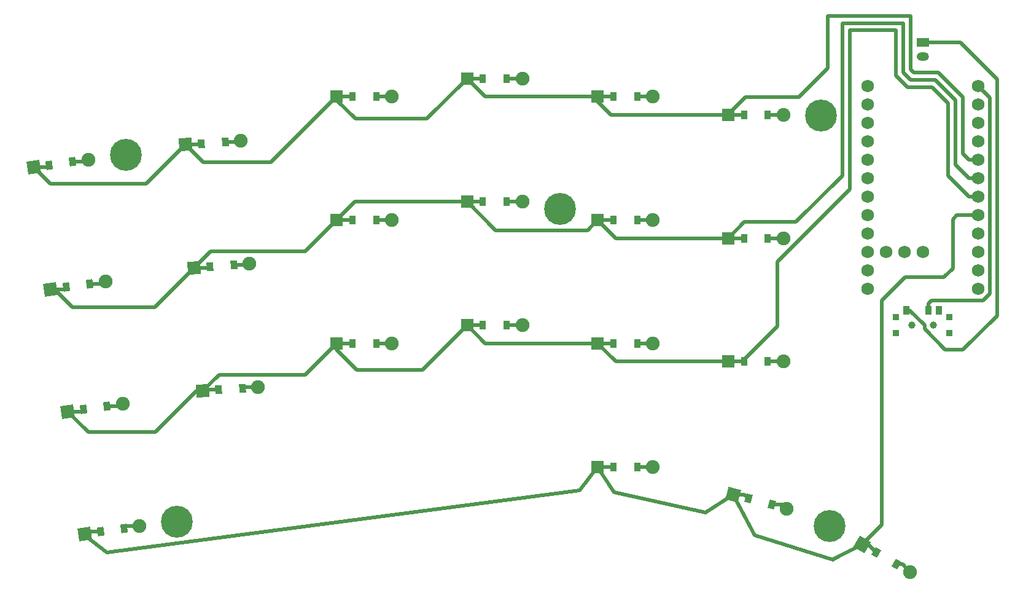
<source format=gbr>
%TF.GenerationSoftware,KiCad,Pcbnew,9.0.3*%
%TF.CreationDate,2025-07-25T16:03:50+02:00*%
%TF.ProjectId,left_pcb,6c656674-5f70-4636-922e-6b696361645f,v1.0.0*%
%TF.SameCoordinates,Original*%
%TF.FileFunction,Copper,L1,Top*%
%TF.FilePolarity,Positive*%
%FSLAX46Y46*%
G04 Gerber Fmt 4.6, Leading zero omitted, Abs format (unit mm)*
G04 Created by KiCad (PCBNEW 9.0.3) date 2025-07-25 16:03:50*
%MOMM*%
%LPD*%
G01*
G04 APERTURE LIST*
G04 Aperture macros list*
%AMRotRect*
0 Rectangle, with rotation*
0 The origin of the aperture is its center*
0 $1 length*
0 $2 width*
0 $3 Rotation angle, in degrees counterclockwise*
0 Add horizontal line*
21,1,$1,$2,0,0,$3*%
G04 Aperture macros list end*
%TA.AperFunction,SMDPad,CuDef*%
%ADD10R,0.900000X0.900000*%
%TD*%
%TA.AperFunction,WasherPad*%
%ADD11C,1.000000*%
%TD*%
%TA.AperFunction,SMDPad,CuDef*%
%ADD12R,0.900000X1.250000*%
%TD*%
%TA.AperFunction,ComponentPad*%
%ADD13RotRect,1.778000X1.778000X8.000000*%
%TD*%
%TA.AperFunction,SMDPad,CuDef*%
%ADD14RotRect,0.900000X1.200000X8.000000*%
%TD*%
%TA.AperFunction,ComponentPad*%
%ADD15C,1.905000*%
%TD*%
%TA.AperFunction,ComponentPad*%
%ADD16R,1.778000X1.778000*%
%TD*%
%TA.AperFunction,SMDPad,CuDef*%
%ADD17R,0.900000X1.200000*%
%TD*%
%TA.AperFunction,ComponentPad*%
%ADD18C,0.700000*%
%TD*%
%TA.AperFunction,ComponentPad*%
%ADD19C,4.400000*%
%TD*%
%TA.AperFunction,ComponentPad*%
%ADD20R,1.700000X1.200000*%
%TD*%
%TA.AperFunction,ComponentPad*%
%ADD21O,1.700000X1.200000*%
%TD*%
%TA.AperFunction,ComponentPad*%
%ADD22RotRect,1.778000X1.778000X4.000000*%
%TD*%
%TA.AperFunction,SMDPad,CuDef*%
%ADD23RotRect,0.900000X1.200000X4.000000*%
%TD*%
%TA.AperFunction,ComponentPad*%
%ADD24RotRect,1.778000X1.778000X330.000000*%
%TD*%
%TA.AperFunction,SMDPad,CuDef*%
%ADD25RotRect,0.900000X1.200000X330.000000*%
%TD*%
%TA.AperFunction,ComponentPad*%
%ADD26C,1.752600*%
%TD*%
%TA.AperFunction,ComponentPad*%
%ADD27RotRect,1.778000X1.778000X345.000000*%
%TD*%
%TA.AperFunction,SMDPad,CuDef*%
%ADD28RotRect,0.900000X1.200000X345.000000*%
%TD*%
%TA.AperFunction,Conductor*%
%ADD29C,0.500000*%
%TD*%
G04 APERTURE END LIST*
D10*
%TO.P,T1,*%
%TO.N,*%
X203158336Y-126128054D03*
X203158336Y-123928051D03*
D11*
X200958333Y-125028053D03*
X197958339Y-125028055D03*
D10*
X195758336Y-126128057D03*
X195758336Y-123928054D03*
D12*
%TO.P,T1,1*%
%TO.N,pos*%
X197208336Y-122953054D03*
%TO.P,T1,2*%
%TO.N,RAW*%
X200208334Y-122953055D03*
%TO.P,T1,3*%
%TO.N,N/C*%
X201708336Y-122953054D03*
%TD*%
D13*
%TO.P,D3,1*%
%TO.N,P029*%
X79217200Y-120089082D03*
D14*
X81356179Y-119788464D03*
%TO.P,D3,2*%
%TO.N,outer_home*%
X84624063Y-119329198D03*
D15*
X86763042Y-119028580D03*
%TD*%
D16*
%TO.P,D8,1*%
%TO.N,P002*%
X118648337Y-127528055D03*
D17*
X120808337Y-127528055D03*
%TO.P,D8,2*%
%TO.N,ring_bottom*%
X124108337Y-127528055D03*
D15*
X126268337Y-127528055D03*
%TD*%
D16*
%TO.P,D14,1*%
%TO.N,P115*%
X154648336Y-144528055D03*
D17*
X156808336Y-144528055D03*
%TO.P,D14,2*%
%TO.N,index_mod*%
X160108336Y-144528055D03*
D15*
X162268336Y-144528055D03*
%TD*%
D16*
%TO.P,D12,1*%
%TO.N,P029*%
X136648335Y-108028054D03*
D17*
X138808335Y-108028054D03*
%TO.P,D12,2*%
%TO.N,middle_home*%
X142108335Y-108028054D03*
D15*
X144268335Y-108028054D03*
%TD*%
D13*
%TO.P,D2,1*%
%TO.N,P002*%
X81583143Y-136923641D03*
D14*
X83722122Y-136623023D03*
%TO.P,D2,2*%
%TO.N,outer_bottom*%
X86990006Y-136163757D03*
D15*
X89128985Y-135863139D03*
%TD*%
D16*
%TO.P,D9,1*%
%TO.N,P029*%
X118648337Y-110528054D03*
D17*
X120808337Y-110528054D03*
%TO.P,D9,2*%
%TO.N,ring_home*%
X124108337Y-110528054D03*
D15*
X126268337Y-110528054D03*
%TD*%
D18*
%TO.P,_4,1*%
%TO.N,N/C*%
X95014391Y-152304046D03*
X95330585Y-151081418D03*
X95655338Y-153392161D03*
X96877966Y-153708355D03*
D19*
X96648333Y-152074413D03*
D18*
X96418700Y-150440471D03*
X97641328Y-150756665D03*
X97966081Y-153067408D03*
X98282275Y-151844780D03*
%TD*%
D16*
%TO.P,D18,1*%
%TO.N,P002*%
X172648334Y-130028053D03*
D17*
X174808334Y-130028053D03*
%TO.P,D18,2*%
%TO.N,inner_bottom*%
X178108334Y-130028053D03*
D15*
X180268334Y-130028053D03*
%TD*%
D20*
%TO.P,JST1,1*%
%TO.N,pos*%
X199458334Y-86028062D03*
D21*
%TO.P,JST1,2*%
%TO.N,GND*%
X199458340Y-88028052D03*
%TD*%
D13*
%TO.P,D1,1*%
%TO.N,P115*%
X83949085Y-153758201D03*
D14*
X86088064Y-153457583D03*
%TO.P,D1,2*%
%TO.N,outer_mod*%
X89355948Y-152998317D03*
D15*
X91494927Y-152697699D03*
%TD*%
D16*
%TO.P,D19,1*%
%TO.N,P029*%
X172648336Y-113028055D03*
D17*
X174808336Y-113028055D03*
%TO.P,D19,2*%
%TO.N,inner_home*%
X178108336Y-113028055D03*
D15*
X180268336Y-113028055D03*
%TD*%
D16*
%TO.P,D11,1*%
%TO.N,P002*%
X136648333Y-125028055D03*
D17*
X138808333Y-125028055D03*
%TO.P,D11,2*%
%TO.N,middle_bottom*%
X142108333Y-125028055D03*
D15*
X144268333Y-125028055D03*
%TD*%
D22*
%TO.P,D6,1*%
%TO.N,P029*%
X99027310Y-117107906D03*
D23*
X101182048Y-116957230D03*
%TO.P,D6,2*%
%TO.N,pinky_home*%
X104474010Y-116727038D03*
D15*
X106628748Y-116576362D03*
%TD*%
D24*
%TO.P,D22,1*%
%TO.N,P115*%
X191143519Y-155210005D03*
D25*
X193014134Y-156290005D03*
%TO.P,D22,2*%
%TO.N,space_cluster*%
X195872018Y-157940005D03*
D15*
X197742633Y-159020005D03*
%TD*%
D16*
%TO.P,D17,1*%
%TO.N,P031*%
X154648337Y-93528052D03*
D17*
X156808337Y-93528052D03*
%TO.P,D17,2*%
%TO.N,index_top*%
X160108337Y-93528052D03*
D15*
X162268337Y-93528052D03*
%TD*%
D16*
%TO.P,D20,1*%
%TO.N,P031*%
X172648334Y-96028060D03*
D17*
X174808334Y-96028060D03*
%TO.P,D20,2*%
%TO.N,inner_top*%
X178108334Y-96028060D03*
D15*
X180268334Y-96028060D03*
%TD*%
D26*
%TO.P,MCU1,1*%
%TO.N,P006*%
X191838332Y-92058056D03*
%TO.P,MCU1,2*%
%TO.N,P008*%
X191838330Y-94598057D03*
%TO.P,MCU1,3*%
%TO.N,GND*%
X191838332Y-97138056D03*
%TO.P,MCU1,4*%
X191838332Y-99678056D03*
%TO.P,MCU1,5*%
%TO.N,P017*%
X191838332Y-102218056D03*
%TO.P,MCU1,6*%
%TO.N,P020*%
X191838332Y-104758056D03*
%TO.P,MCU1,7*%
%TO.N,P022*%
X191838332Y-107298056D03*
%TO.P,MCU1,8*%
%TO.N,P024*%
X191838332Y-109838056D03*
%TO.P,MCU1,9*%
%TO.N,P100*%
X191838332Y-112378056D03*
%TO.P,MCU1,10*%
%TO.N,P011*%
X191838332Y-114918056D03*
%TO.P,MCU1,11*%
%TO.N,P104*%
X191838331Y-117458059D03*
%TO.P,MCU1,12*%
%TO.N,P106*%
X191838332Y-119998056D03*
%TO.P,MCU1,13*%
%TO.N,P009*%
X207078332Y-119998056D03*
%TO.P,MCU1,14*%
%TO.N,P010*%
X207078334Y-117458055D03*
%TO.P,MCU1,15*%
%TO.N,P111*%
X207078332Y-114918056D03*
%TO.P,MCU1,16*%
%TO.N,P113*%
X207078332Y-112378056D03*
%TO.P,MCU1,17*%
%TO.N,P115*%
X207078332Y-109838056D03*
%TO.P,MCU1,18*%
%TO.N,P002*%
X207078332Y-107298056D03*
%TO.P,MCU1,19*%
%TO.N,P029*%
X207078332Y-104758056D03*
%TO.P,MCU1,20*%
%TO.N,P031*%
X207078332Y-102218056D03*
%TO.P,MCU1,21*%
%TO.N,VCC*%
X207078332Y-99678056D03*
%TO.P,MCU1,22*%
%TO.N,RST*%
X207078332Y-97138056D03*
%TO.P,MCU1,23*%
%TO.N,GND*%
X207078333Y-94598053D03*
%TO.P,MCU1,24*%
%TO.N,RAW*%
X207078332Y-92058056D03*
%TO.P,MCU1,31*%
%TO.N,P101*%
X194378332Y-114918056D03*
%TO.P,MCU1,32*%
%TO.N,P102*%
X196918332Y-114918056D03*
%TO.P,MCU1,33*%
%TO.N,P107*%
X199458332Y-114918056D03*
%TD*%
D18*
%TO.P,_3,1*%
%TO.N,N/C*%
X147808335Y-108978058D03*
X148291609Y-107811332D03*
X148291609Y-110144784D03*
X149458335Y-107328058D03*
D19*
X149458335Y-108978058D03*
D18*
X149458335Y-110628058D03*
X150625061Y-107811332D03*
X150625061Y-110144784D03*
X151108335Y-108978058D03*
%TD*%
%TO.P,_2,1*%
%TO.N,N/C*%
X183808336Y-96128055D03*
X184291610Y-94961329D03*
X184291610Y-97294781D03*
X185458336Y-94478055D03*
D19*
X185458336Y-96128055D03*
D18*
X185458336Y-97778055D03*
X186625062Y-94961329D03*
X186625062Y-97294781D03*
X187108336Y-96128055D03*
%TD*%
%TO.P,_5,1*%
%TO.N,N/C*%
X185169906Y-151876605D03*
X186171797Y-151107828D03*
X185005071Y-153128656D03*
X187423848Y-151272663D03*
D19*
X186598848Y-152701605D03*
D18*
X185773848Y-154130547D03*
X188192625Y-152274554D03*
X187025899Y-154295382D03*
X188027790Y-153526605D03*
%TD*%
D16*
%TO.P,D10,1*%
%TO.N,P031*%
X118648335Y-93528051D03*
D17*
X120808335Y-93528051D03*
%TO.P,D10,2*%
%TO.N,ring_top*%
X124108335Y-93528051D03*
D15*
X126268335Y-93528051D03*
%TD*%
D27*
%TO.P,D21,1*%
%TO.N,P115*%
X173354651Y-148354544D03*
D28*
X175441050Y-148913596D03*
%TO.P,D21,2*%
%TO.N,layer_cluster*%
X178628606Y-149767696D03*
D15*
X180715005Y-150326748D03*
%TD*%
D16*
%TO.P,D15,1*%
%TO.N,P002*%
X154648334Y-127528057D03*
D17*
X156808334Y-127528057D03*
%TO.P,D15,2*%
%TO.N,index_bottom*%
X160108334Y-127528057D03*
D15*
X162268334Y-127528057D03*
%TD*%
D22*
%TO.P,D5,1*%
%TO.N,P002*%
X100213169Y-134066492D03*
D23*
X102367907Y-133915816D03*
%TO.P,D5,2*%
%TO.N,pinky_bottom*%
X105659869Y-133685624D03*
D15*
X107814607Y-133534948D03*
%TD*%
D13*
%TO.P,D4,1*%
%TO.N,P031*%
X76851258Y-103254527D03*
D14*
X78990237Y-102953909D03*
%TO.P,D4,2*%
%TO.N,outer_top*%
X82258121Y-102494643D03*
D15*
X84397100Y-102194025D03*
%TD*%
D22*
%TO.P,D7,1*%
%TO.N,P031*%
X97841449Y-100149319D03*
D23*
X99996187Y-99998643D03*
%TO.P,D7,2*%
%TO.N,pinky_top*%
X103288149Y-99768451D03*
D15*
X105442887Y-99617775D03*
%TD*%
D16*
%TO.P,D13,1*%
%TO.N,P031*%
X136648335Y-91028054D03*
D17*
X138808335Y-91028054D03*
%TO.P,D13,2*%
%TO.N,middle_top*%
X142108335Y-91028054D03*
D15*
X144268335Y-91028054D03*
%TD*%
D16*
%TO.P,D16,1*%
%TO.N,P029*%
X154648337Y-110528052D03*
D17*
X156808337Y-110528052D03*
%TO.P,D16,2*%
%TO.N,index_home*%
X160108337Y-110528052D03*
D15*
X162268337Y-110528052D03*
%TD*%
D18*
%TO.P,_1,1*%
%TO.N,N/C*%
X87916566Y-101800375D03*
X88232760Y-100577747D03*
X88557513Y-102888490D03*
X89780141Y-103204684D03*
D19*
X89550508Y-101570742D03*
D18*
X89320875Y-99936800D03*
X90543503Y-100252994D03*
X90868256Y-102563737D03*
X91184450Y-101341109D03*
%TD*%
D29*
%TO.N,outer_mod*%
X89656564Y-152697700D02*
X89355948Y-152998317D01*
X91494926Y-152697701D02*
X89656564Y-152697700D01*
%TO.N,outer_bottom*%
X88828369Y-136163756D02*
X89128984Y-135863139D01*
X86990007Y-136163755D02*
X88828369Y-136163756D01*
%TO.N,outer_home*%
X86462426Y-119329197D02*
X86763041Y-119028582D01*
X84624063Y-119329197D02*
X86462426Y-119329197D01*
%TO.N,outer_top*%
X84096484Y-102494643D02*
X84397099Y-102194025D01*
X82258120Y-102494643D02*
X84096484Y-102494643D01*
%TO.N,pinky_bottom*%
X105810546Y-133534947D02*
X105659869Y-133685623D01*
X107814607Y-133534949D02*
X105810546Y-133534947D01*
%TO.N,pinky_home*%
X106478072Y-116727039D02*
X106628748Y-116576361D01*
X104474009Y-116727038D02*
X106478072Y-116727039D01*
%TO.N,pinky_top*%
X103288150Y-99768452D02*
X105292212Y-99768452D01*
X105292212Y-99768452D02*
X105442888Y-99617775D01*
%TO.N,ring_bottom*%
X124108337Y-127528055D02*
X126268337Y-127528055D01*
%TO.N,ring_home*%
X124108337Y-110528053D02*
X126268337Y-110528053D01*
%TO.N,ring_top*%
X124108334Y-93528053D02*
X126268335Y-93528053D01*
%TO.N,middle_bottom*%
X142108335Y-125028055D02*
X144268333Y-125028056D01*
%TO.N,middle_home*%
X144268333Y-108028054D02*
X142108335Y-108028054D01*
%TO.N,middle_top*%
X144268335Y-91028052D02*
X142108335Y-91028054D01*
%TO.N,index_mod*%
X162268336Y-144528056D02*
X160108336Y-144528055D01*
%TO.N,index_bottom*%
X160108335Y-127528056D02*
X162268334Y-127528056D01*
%TO.N,index_home*%
X162268337Y-110528053D02*
X160108337Y-110528052D01*
%TO.N,index_top*%
X162268337Y-93528054D02*
X160108336Y-93528054D01*
%TO.N,inner_bottom*%
X180268333Y-130028054D02*
X178108334Y-130028054D01*
%TO.N,inner_home*%
X180268335Y-113028055D02*
X178108336Y-113028055D01*
%TO.N,inner_top*%
X180268334Y-96028059D02*
X178108334Y-96028060D01*
%TO.N,layer_cluster*%
X178628605Y-149767697D02*
X180155955Y-149767697D01*
X180155955Y-149767697D02*
X180715004Y-150326748D01*
%TO.N,space_cluster*%
X195872018Y-157940004D02*
X196662634Y-157940005D01*
X196662634Y-157940005D02*
X197742634Y-159020005D01*
%TO.N,P115*%
X191143520Y-155210003D02*
X191934135Y-155210005D01*
X191143519Y-155210005D02*
X193800000Y-152553524D01*
X86088064Y-153457585D02*
X84249701Y-153457584D01*
X156870136Y-148015580D02*
X169493801Y-150814179D01*
X156808334Y-144528054D02*
X154648336Y-144528055D01*
X83949085Y-153758200D02*
X83981481Y-154004268D01*
X187158128Y-157284669D02*
X191143517Y-155210007D01*
X197000000Y-118400000D02*
X202400000Y-118400000D01*
X191934135Y-155210005D02*
X193014134Y-156290005D01*
X173354651Y-148354547D02*
X176259640Y-153934976D01*
X173354651Y-148354545D02*
X174882000Y-148354545D01*
X169493801Y-150814179D02*
X173354652Y-148354546D01*
X203600000Y-117200000D02*
X203600000Y-110400000D01*
X187133296Y-157363427D02*
X187158128Y-157284669D01*
X203600000Y-110400000D02*
X204161944Y-109838056D01*
X193800000Y-152553524D02*
X193800000Y-121600000D01*
X152184146Y-147739449D02*
X154648337Y-144528055D01*
X176259640Y-153934976D02*
X187133296Y-157363427D01*
X87000718Y-156321011D02*
X152184146Y-147739449D01*
X154648337Y-144528054D02*
X156870136Y-148015580D01*
X202400000Y-118400000D02*
X203600000Y-117200000D01*
X204161944Y-109838056D02*
X207078332Y-109838056D01*
X174882000Y-148354545D02*
X175441050Y-148913596D01*
X193800000Y-121600000D02*
X197000000Y-118400000D01*
X84249701Y-153457584D02*
X83949085Y-153758200D01*
X83981481Y-154004268D02*
X87000718Y-156321011D01*
%TO.N,P002*%
X205839057Y-107298056D02*
X207078332Y-107298056D01*
X136648333Y-125028056D02*
X130512128Y-131164260D01*
X81583143Y-136923639D02*
X83421504Y-136923639D01*
X121431244Y-131164261D02*
X118648337Y-128381354D01*
X172648334Y-130028053D02*
X174591526Y-130028053D01*
X130512128Y-131164260D02*
X121431244Y-131164261D01*
X100213168Y-134066491D02*
X99329013Y-134066491D01*
X100363844Y-133915816D02*
X100213168Y-134066491D01*
X102367907Y-133915816D02*
X100363844Y-133915816D01*
X189410336Y-106295168D02*
X189410336Y-84411336D01*
X200770744Y-92202000D02*
X202998000Y-94429256D01*
X195798000Y-84402000D02*
X195798000Y-90629256D01*
X172648333Y-130028053D02*
X157148332Y-130028054D01*
X154648335Y-127528057D02*
X156808335Y-127528057D01*
X118648338Y-127528056D02*
X114344944Y-131831448D01*
X139148334Y-127528056D02*
X136648333Y-125028056D01*
X174591526Y-130028053D02*
X179457332Y-125162247D01*
X174808333Y-130028054D02*
X172648333Y-130028053D01*
X202998000Y-94429256D02*
X202998000Y-104456999D01*
X179457332Y-116248172D02*
X189410336Y-106295168D01*
X154648335Y-127528057D02*
X139148334Y-127528056D01*
X118648337Y-128381354D02*
X118648338Y-127528056D01*
X114344944Y-131831448D02*
X102448212Y-131831448D01*
X118648338Y-127528056D02*
X120808338Y-127528056D01*
X99329013Y-134066491D02*
X93631244Y-139764261D01*
X195798000Y-90629256D02*
X197370744Y-92202000D01*
X197370744Y-92202000D02*
X200770744Y-92202000D01*
X189401000Y-84402000D02*
X195798000Y-84402000D01*
X179457332Y-125162247D02*
X179457332Y-116248172D01*
X93631244Y-139764261D02*
X84423764Y-139764260D01*
X102448212Y-131831448D02*
X100213168Y-134066491D01*
X157148332Y-130028054D02*
X154648335Y-127528057D01*
X138808332Y-125028055D02*
X136648333Y-125028056D01*
X189410336Y-84411336D02*
X189401000Y-84402000D01*
X83421504Y-136923639D02*
X83722121Y-136623022D01*
X84423764Y-139764260D02*
X81583143Y-136923639D01*
X202998000Y-104456999D02*
X205839057Y-107298056D01*
%TO.N,P029*%
X79756065Y-120089082D02*
X82231244Y-122564261D01*
X101262354Y-114872863D02*
X114303528Y-114872862D01*
X196799000Y-90214628D02*
X197785372Y-91201000D01*
X188409336Y-88409336D02*
X188400000Y-88400000D01*
X136648335Y-108028055D02*
X140549338Y-111929058D01*
X138808335Y-108028053D02*
X136648335Y-108028055D01*
X82231244Y-122564261D02*
X93570956Y-122564259D01*
X93570956Y-122564259D02*
X99027310Y-117107907D01*
X79217200Y-120089081D02*
X79756065Y-120089082D01*
X203999000Y-94014628D02*
X203999000Y-102917999D01*
X172648336Y-113028055D02*
X174876391Y-110800000D01*
X188400000Y-88400000D02*
X188400000Y-83401000D01*
X157148339Y-113028054D02*
X172648336Y-113028055D01*
X99027310Y-117107907D02*
X101031372Y-117107906D01*
X182000000Y-110800000D02*
X188409336Y-104390664D01*
X118648337Y-110528053D02*
X121148335Y-108028054D01*
X81055562Y-120089081D02*
X81356179Y-119788464D01*
X196799000Y-83401000D02*
X196799000Y-90214628D01*
X120808337Y-110528054D02*
X118648337Y-110528053D01*
X197785372Y-91201000D02*
X201185372Y-91201000D01*
X188400000Y-83401000D02*
X196799000Y-83401000D01*
X121148335Y-108028054D02*
X136648335Y-108028055D01*
X101031372Y-117107906D02*
X101182048Y-116957229D01*
X205839057Y-104758056D02*
X207078332Y-104758056D01*
X79217200Y-120089081D02*
X81055562Y-120089081D01*
X188409336Y-104390664D02*
X188409336Y-88409336D01*
X203999000Y-102917999D02*
X205839057Y-104758056D01*
X114303528Y-114872862D02*
X118648337Y-110528053D01*
X153247331Y-111929059D02*
X154648337Y-110528053D01*
X154648337Y-110528053D02*
X157148339Y-113028054D01*
X140549338Y-111929058D02*
X153247331Y-111929059D01*
X174876391Y-110800000D02*
X182000000Y-110800000D01*
X156808337Y-110528054D02*
X154648337Y-110528053D01*
X201185372Y-91201000D02*
X203999000Y-94014628D01*
X174808336Y-113028055D02*
X172648336Y-113028055D01*
X99027310Y-117107907D02*
X101262354Y-114872863D01*
%TO.N,P031*%
X156808337Y-93528052D02*
X154648337Y-93528053D01*
X100256390Y-102564260D02*
X109612127Y-102564261D01*
X76851258Y-103254527D02*
X78689621Y-103254525D01*
X76851258Y-103254527D02*
X79160992Y-105564261D01*
X138808335Y-91028054D02*
X136648335Y-91028053D01*
X197800000Y-89800000D02*
X198200000Y-90200000D01*
X97841450Y-100149320D02*
X100256390Y-102564260D01*
X79160992Y-105564261D02*
X92426508Y-105564260D01*
X154648337Y-93528053D02*
X154648337Y-94181354D01*
X175000000Y-93600000D02*
X182400000Y-93600000D01*
X118648335Y-93528052D02*
X120808335Y-93528052D01*
X118648335Y-93528052D02*
X118648335Y-93981352D01*
X197800000Y-82400000D02*
X197800000Y-89800000D01*
X172648334Y-96028060D02*
X172648334Y-95951666D01*
X205000000Y-93600000D02*
X205000000Y-101400000D01*
X186400000Y-89600000D02*
X186400000Y-82400000D01*
X172648334Y-95951666D02*
X175000000Y-93600000D01*
X201600000Y-90200000D02*
X205000000Y-93600000D01*
X118648335Y-93981352D02*
X121231243Y-96564259D01*
X97841450Y-100149320D02*
X99845512Y-100149320D01*
X198200000Y-90200000D02*
X201600000Y-90200000D01*
X92426508Y-105564260D02*
X97841450Y-100149320D01*
X205000000Y-101400000D02*
X205818056Y-102218056D01*
X156495043Y-96028060D02*
X172648333Y-96028060D01*
X139148335Y-93528054D02*
X154648337Y-93528053D01*
X78689621Y-103254525D02*
X78990237Y-102953911D01*
X121231243Y-96564259D02*
X131112128Y-96564261D01*
X109612127Y-102564261D02*
X118648335Y-93528052D01*
X136648335Y-91028053D02*
X139148335Y-93528054D01*
X205818056Y-102218056D02*
X207078332Y-102218056D01*
X186400000Y-82400000D02*
X197800000Y-82400000D01*
X131112128Y-96564261D02*
X136648335Y-91028053D01*
X99845512Y-100149320D02*
X99996188Y-99998643D01*
X154648337Y-94181354D02*
X156495043Y-96028060D01*
X174808333Y-96028059D02*
X172648333Y-96028060D01*
X182400000Y-93600000D02*
X186400000Y-89600000D01*
%TO.N,RAW*%
X206355980Y-121577054D02*
X206404282Y-121625356D01*
X200208334Y-122953055D02*
X200208334Y-122026705D01*
X200657985Y-121577054D02*
X206355980Y-121577054D01*
X207752382Y-121625356D02*
X208705632Y-120672106D01*
X208705632Y-120672106D02*
X208705632Y-93685356D01*
X206404282Y-121625356D02*
X207752382Y-121625356D01*
X208705632Y-93685356D02*
X207078332Y-92058056D01*
X200208334Y-122026705D02*
X200657985Y-121577054D01*
%TO.N,pos*%
X199458334Y-86028055D02*
X199618939Y-86028054D01*
X209706632Y-91106632D02*
X204628062Y-86028062D01*
X197652520Y-122953054D02*
X199707333Y-125007867D01*
X199707333Y-125546235D02*
X202561098Y-128400000D01*
X209706632Y-123693368D02*
X209706632Y-91106632D01*
X205000000Y-128400000D02*
X209706632Y-123693368D01*
X202561098Y-128400000D02*
X205000000Y-128400000D01*
X204628062Y-86028062D02*
X199458334Y-86028062D01*
X199707333Y-125007867D02*
X199707333Y-125546235D01*
X197208336Y-122953054D02*
X197652520Y-122953054D01*
%TD*%
M02*

</source>
